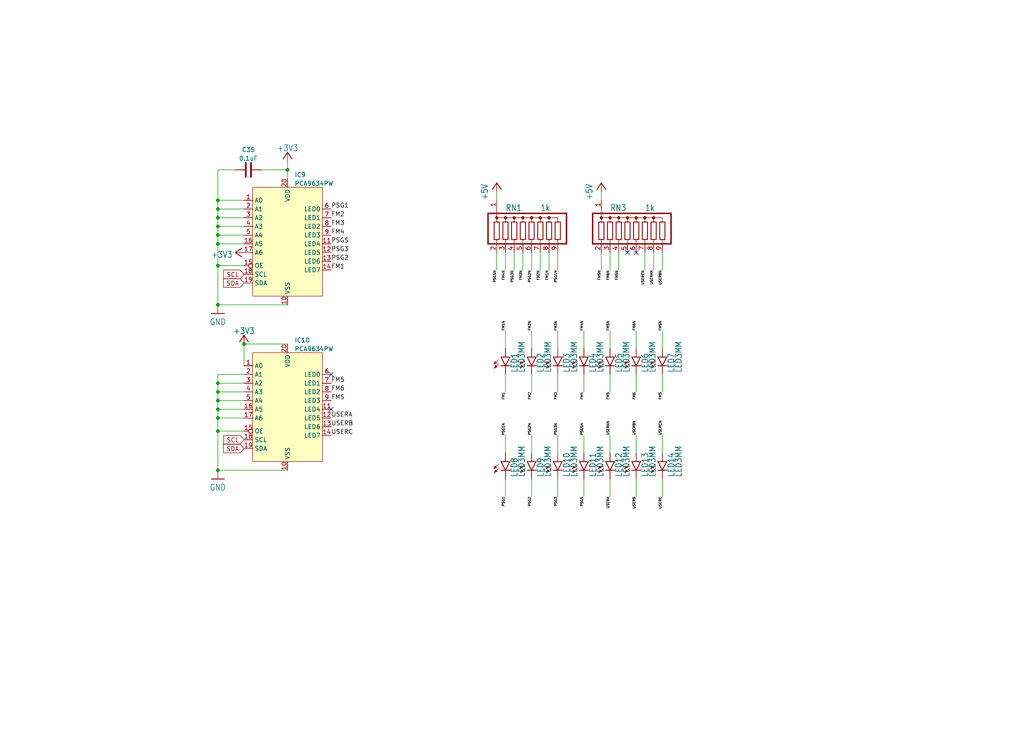
<source format=kicad_sch>
(kicad_sch (version 20230121) (generator eeschema)
  (paper "User" 298.45 217.881)
  (lib_symbols
    (symbol "Device:C" (pin_numbers hide) (pin_names (offset 0.254))
      (property "Reference" "C" (at 0.635 2.54 0))
      (property "Value" "C" (at 0.635 -2.54 0))
      (symbol "C_0_1"
        (polyline (pts (xy -2.032 -0.762) (xy 2.032 -0.762)) (stroke (width 0.508)))
        (polyline (pts (xy -2.032 0.762) (xy 2.032 0.762)) (stroke (width 0.508)))
      )
      (symbol "C_1_1"
        (pin passive line (at 0 3.81 270) (length 2.794) (name "~") (number "1"))
        (pin passive line (at 0 -3.81 90) (length 2.794) (name "~") (number "2"))
      )
    )
    (symbol "MegaGRRLDesktop-eagle-import:+3V3" (power)
      (property "Value" "+3V3" (at -2.54 -5.08 90))
      (symbol "+3V3_1_0"
        (polyline (pts (xy 0 0) (xy -1.27 -1.905)) (stroke (width 0.254)))
        (polyline (pts (xy 1.27 -1.905) (xy 0 0)) (stroke (width 0.254)))
        (pin power_in line (at 0 -2.54 90) (length 2.54) (name "+3V3") (number "1"))
      )
    )
    (symbol "MegaGRRLDesktop-eagle-import:+5V" (power)
      (property "Value" "+5V" (at -2.54 -5.08 90))
      (symbol "+5V_1_0"
        (polyline (pts (xy 0 0) (xy -1.27 -1.905)) (stroke (width 0.254)))
        (polyline (pts (xy 1.27 -1.905) (xy 0 0)) (stroke (width 0.254)))
        (pin power_in line (at 0 -2.54 90) (length 2.54) (name "+5V") (number "1"))
      )
    )
    (symbol "MegaGRRLDesktop-eagle-import:G08R"
      (property "Reference" "RN" (at -7.62 6.985 0))
      (property "Value" "G08R" (at 2.54 6.985 0))
      (symbol "G08R_1_0"
        (circle (center -10.16 5.08) (radius 0.254) (stroke (width 0.4064)))
        (circle (center -7.62 5.08) (radius 0.254) (stroke (width 0.4064)))
        (circle (center -5.08 5.08) (radius 0.254) (stroke (width 0.4064)))
        (circle (center -2.54 5.08) (radius 0.254) (stroke (width 0.4064)))
        (polyline (pts (xy -12.7 -2.54) (xy 10.16 -2.54)) (stroke (width 0.4064)))
        (polyline (pts (xy -12.7 6.35) (xy -12.7 -2.54)) (stroke (width 0.4064)))
        (polyline (pts (xy -12.7 6.35) (xy 10.16 6.35)) (stroke (width 0.4064)))
        (polyline (pts (xy -10.922 -1.27) (xy -10.16 -1.27)) (stroke (width 0.254)))
        (polyline (pts (xy -10.922 3.81) (xy -10.922 -1.27)) (stroke (width 0.254)))
        (polyline (pts (xy -10.16 -1.27) (xy -10.16 -2.54)) (stroke (width 0.1524)))
        (polyline (pts (xy -10.16 -1.27) (xy -9.398 -1.27)) (stroke (width 0.254)))
        (polyline (pts (xy -10.16 3.81) (xy -10.922 3.81)) (stroke (width 0.254)))
        (polyline (pts (xy -10.16 5.08) (xy -10.16 3.81)) (stroke (width 0.1524)))
        (polyline (pts (xy -10.16 5.08) (xy -10.16 7.62)) (stroke (width 0.1524)))
        (polyline (pts (xy -10.16 5.08) (xy -7.62 5.08)) (stroke (width 0.1524)))
        (polyline (pts (xy -9.398 -1.27) (xy -9.398 3.81)) (stroke (width 0.254)))
        (polyline (pts (xy -9.398 3.81) (xy -10.16 3.81)) (stroke (width 0.254)))
        (polyline (pts (xy -8.382 -1.27) (xy -7.62 -1.27)) (stroke (width 0.254)))
        (polyline (pts (xy -8.382 3.81) (xy -8.382 -1.27)) (stroke (width 0.254)))
        (polyline (pts (xy -7.62 -2.54) (xy -7.62 -1.27)) (stroke (width 0.1524)))
        (polyline (pts (xy -7.62 -1.27) (xy -6.858 -1.27)) (stroke (width 0.254)))
        (polyline (pts (xy -7.62 3.81) (xy -8.382 3.81)) (stroke (width 0.254)))
        (polyline (pts (xy -7.62 5.08) (xy -7.62 3.81)) (stroke (width 0.1524)))
        (polyline (pts (xy -7.62 5.08) (xy -5.08 5.08)) (stroke (width 0.1524)))
        (polyline (pts (xy -6.858 -1.27) (xy -6.858 3.81)) (stroke (width 0.254)))
        (polyline (pts (xy -6.858 3.81) (xy -7.62 3.81)) (stroke (width 0.254)))
        (polyline (pts (xy -5.842 -1.27) (xy -5.08 -1.27)) (stroke (width 0.254)))
        (polyline (pts (xy -5.842 3.81) (xy -5.842 -1.27)) (stroke (width 0.254)))
        (polyline (pts (xy -5.08 -2.54) (xy -5.08 -1.27)) (stroke (width 0.1524)))
        (polyline (pts (xy -5.08 -1.27) (xy -4.318 -1.27)) (stroke (width 0.254)))
        (polyline (pts (xy -5.08 3.81) (xy -5.842 3.81)) (stroke (width 0.254)))
        (polyline (pts (xy -5.08 5.08) (xy -5.08 3.81)) (stroke (width 0.1524)))
        (polyline (pts (xy -5.08 5.08) (xy -2.54 5.08)) (stroke (width 0.1524)))
        (polyline (pts (xy -4.318 -1.27) (xy -4.318 3.81)) (stroke (width 0.254)))
        (polyline (pts (xy -4.318 3.81) (xy -5.08 3.81)) (stroke (width 0.254)))
        (polyline (pts (xy -3.302 -1.27) (xy -2.54 -1.27)) (stroke (width 0.254)))
        (polyline (pts (xy -3.302 3.81) (xy -3.302 -1.27)) (stroke (width 0.254)))
        (polyline (pts (xy -2.54 -2.54) (xy -2.54 -1.27)) (stroke (width 0.1524)))
        (polyline (pts (xy -2.54 -1.27) (xy -1.778 -1.27)) (stroke (width 0.254)))
        (polyline (pts (xy -2.54 3.81) (xy -3.302 3.81)) (stroke (width 0.254)))
        (polyline (pts (xy -2.54 5.08) (xy -2.54 3.81)) (stroke (width 0.1524)))
        (polyline (pts (xy -2.54 5.08) (xy 0 5.08)) (stroke (width 0.1524)))
        (polyline (pts (xy -1.778 -1.27) (xy -1.778 3.81)) (stroke (width 0.254)))
        (polyline (pts (xy -1.778 3.81) (xy -2.54 3.81)) (stroke (width 0.254)))
        (polyline (pts (xy -0.762 -1.27) (xy 0 -1.27)) (stroke (width 0.254)))
        (polyline (pts (xy -0.762 3.81) (xy -0.762 -1.27)) (stroke (width 0.254)))
        (polyline (pts (xy 0 -2.54) (xy 0 -1.27)) (stroke (width 0.1524)))
        (polyline (pts (xy 0 -1.27) (xy 0.762 -1.27)) (stroke (width 0.254)))
        (polyline (pts (xy 0 3.81) (xy -0.762 3.81)) (stroke (width 0.254)))
        (polyline (pts (xy 0 5.08) (xy 0 3.81)) (stroke (width 0.1524)))
        (polyline (pts (xy 0 5.08) (xy 2.54 5.08)) (stroke (width 0.1524)))
        (polyline (pts (xy 0.762 -1.27) (xy 0.762 3.81)) (stroke (width 0.254)))
        (polyline (pts (xy 0.762 3.81) (xy 0 3.81)) (stroke (width 0.254)))
        (polyline (pts (xy 1.778 -1.27) (xy 2.54 -1.27)) (stroke (width 0.254)))
        (polyline (pts (xy 1.778 3.81) (xy 1.778 -1.27)) (stroke (width 0.254)))
        (polyline (pts (xy 2.54 -1.27) (xy 2.54 -2.54)) (stroke (width 0.1524)))
        (polyline (pts (xy 2.54 -1.27) (xy 3.302 -1.27)) (stroke (width 0.254)))
        (polyline (pts (xy 2.54 3.81) (xy 1.778 3.81)) (stroke (width 0.254)))
        (polyline (pts (xy 2.54 5.08) (xy 2.54 3.81)) (stroke (width 0.1524)))
        (polyline (pts (xy 2.54 5.08) (xy 5.08 5.08)) (stroke (width 0.1524)))
        (polyline (pts (xy 3.302 -1.27) (xy 3.302 3.81)) (stroke (width 0.254)))
        (polyline (pts (xy 3.302 3.81) (xy 2.54 3.81)) (stroke (width 0.254)))
        (polyline (pts (xy 4.318 -1.27) (xy 5.08 -1.27)) (stroke (width 0.254)))
        (polyline (pts (xy 4.318 3.81) (xy 4.318 -1.27)) (stroke (width 0.254)))
        (polyline (pts (xy 5.08 -2.54) (xy 5.08 -1.27)) (stroke (width 0.1524)))
        (polyline (pts (xy 5.08 -1.27) (xy 5.842 -1.27)) (stroke (width 0.254)))
        (polyline (pts (xy 5.08 3.81) (xy 4.318 3.81)) (stroke (width 0.254)))
        (polyline (pts (xy 5.08 5.08) (xy 5.08 3.81)) (stroke (width 0.1524)))
        (polyline (pts (xy 5.08 5.08) (xy 7.62 5.08)) (stroke (width 0.1524)))
        (polyline (pts (xy 5.842 -1.27) (xy 5.842 3.81)) (stroke (width 0.254)))
        (polyline (pts (xy 5.842 3.81) (xy 5.08 3.81)) (stroke (width 0.254)))
        (polyline (pts (xy 6.858 -1.27) (xy 7.62 -1.27)) (stroke (width 0.254)))
        (polyline (pts (xy 6.858 3.81) (xy 6.858 -1.27)) (stroke (width 0.254)))
        (polyline (pts (xy 7.62 -2.54) (xy 7.62 -1.27)) (stroke (width 0.1524)))
        (polyline (pts (xy 7.62 -1.27) (xy 8.382 -1.27)) (stroke (width 0.254)))
        (polyline (pts (xy 7.62 3.81) (xy 6.858 3.81)) (stroke (width 0.254)))
        (polyline (pts (xy 7.62 5.08) (xy 7.62 3.81)) (stroke (width 0.1524)))
        (polyline (pts (xy 8.382 -1.27) (xy 8.382 3.81)) (stroke (width 0.254)))
        (polyline (pts (xy 8.382 3.81) (xy 7.62 3.81)) (stroke (width 0.254)))
        (polyline (pts (xy 10.16 6.35) (xy 10.16 -2.54)) (stroke (width 0.4064)))
        (circle (center 0 5.08) (radius 0.254) (stroke (width 0.4064)))
        (circle (center 2.54 5.08) (radius 0.254) (stroke (width 0.4064)))
        (circle (center 5.08 5.08) (radius 0.254) (stroke (width 0.4064)))
        (pin passive line (at -10.16 10.16 270) (length 2.54) (name "1") (number "1"))
        (pin passive line (at -10.16 -5.08 90) (length 2.54) (name "2") (number "2"))
        (pin passive line (at -7.62 -5.08 90) (length 2.54) (name "3") (number "3"))
        (pin passive line (at -5.08 -5.08 90) (length 2.54) (name "4") (number "4"))
        (pin passive line (at -2.54 -5.08 90) (length 2.54) (name "5") (number "5"))
        (pin passive line (at 0 -5.08 90) (length 2.54) (name "6") (number "6"))
        (pin passive line (at 2.54 -5.08 90) (length 2.54) (name "7") (number "7"))
        (pin passive line (at 5.08 -5.08 90) (length 2.54) (name "8") (number "8"))
        (pin passive line (at 7.62 -5.08 90) (length 2.54) (name "9") (number "9"))
      )
    )
    (symbol "MegaGRRLDesktop-eagle-import:GND" (power)
      (property "Value" "GND" (at -2.54 -2.54 0))
      (symbol "GND_1_0"
        (polyline (pts (xy -1.905 0) (xy 1.905 0)) (stroke (width 0.254)))
        (pin power_in line (at 0 2.54 270) (length 2.54) (name "GND") (number "1"))
      )
    )
    (symbol "MegaGRRLDesktop-eagle-import:LED3MM"
      (property "Reference" "LED" (at 3.556 -4.572 90))
      (property "Value" "LED3MM" (at 5.715 -4.572 90))
      (symbol "LED3MM_1_0"
        (polyline (pts (xy -2.032 -0.762) (xy -3.429 -2.159)) (stroke (width 0.1524)))
        (polyline (pts (xy -1.905 -1.905) (xy -3.302 -3.302)) (stroke (width 0.1524)))
        (polyline (pts (xy 0 -2.54) (xy -1.27 -2.54)) (stroke (width 0.254)))
        (polyline (pts (xy 0 -2.54) (xy -1.27 0)) (stroke (width 0.254)))
        (polyline (pts (xy 0 0) (xy -1.27 0)) (stroke (width 0.254)))
        (polyline (pts (xy 1.27 -2.54) (xy 0 -2.54)) (stroke (width 0.254)))
        (polyline (pts (xy 1.27 0) (xy 0 -2.54)) (stroke (width 0.254)))
        (polyline (pts (xy 1.27 0) (xy 0 0)) (stroke (width 0.254)))
        (polyline (pts (xy -3.429 -2.159) (xy -3.048 -1.27) (xy -2.54 -1.778)) (fill (type outline)))
        (polyline (pts (xy -3.302 -3.302) (xy -2.921 -2.413) (xy -2.413 -2.921)) (fill (type outline)))
        (pin passive line (at 0 2.54 270) (length 2.54) (name "A") (number "A"))
        (pin passive line (at 0 -5.08 90) (length 2.54) (name "C") (number "K"))
      )
    )
    (symbol "megagrrl-kicad:PCA9634PW"
      (property "Reference" "U" (at 0 2.54 0))
      (property "Value" "PCA9634PW" (at 0 0 0))
      (symbol "PCA9634PW_0_1"
        (rectangle (start 0 -2.54) (end 20.32 -34.29) (stroke (width 0.1524)) (fill (type background)))
      )
      (symbol "PCA9634PW_1_1"
        (pin input line (at -2.54 -6.35 0) (length 2.54) (name "A0") (number "1"))
        (pin power_in line (at 10.16 -36.83 90) (length 2.54) (name "VSS") (number "10"))
        (pin input line (at 22.86 -19.05 180) (length 2.54) (name "LED4") (number "11"))
        (pin input line (at 22.86 -21.59 180) (length 2.54) (name "LED5") (number "12"))
        (pin input line (at 22.86 -24.13 180) (length 2.54) (name "LED6") (number "13"))
        (pin input line (at 22.86 -26.67 180) (length 2.54) (name "LED7") (number "14"))
        (pin input inverted (at -2.54 -25.4 0) (length 2.54) (name "OE") (number "15"))
        (pin input line (at -2.54 -19.05 0) (length 2.54) (name "A5") (number "16"))
        (pin input line (at -2.54 -21.59 0) (length 2.54) (name "A6") (number "17"))
        (pin input line (at -2.54 -27.94 0) (length 2.54) (name "SCL") (number "18"))
        (pin bidirectional line (at -2.54 -30.48 0) (length 2.54) (name "SDA") (number "19"))
        (pin input line (at -2.54 -8.89 0) (length 2.54) (name "A1") (number "2"))
        (pin power_in line (at 10.16 0 270) (length 2.54) (name "VDD") (number "20"))
        (pin input line (at -2.54 -11.43 0) (length 2.54) (name "A2") (number "3"))
        (pin input line (at -2.54 -13.97 0) (length 2.54) (name "A3") (number "4"))
        (pin input line (at -2.54 -16.51 0) (length 2.54) (name "A4") (number "5"))
        (pin output line (at 22.86 -8.89 180) (length 2.54) (name "LED0") (number "6"))
        (pin output line (at 22.86 -11.43 180) (length 2.54) (name "LED1") (number "7"))
        (pin output line (at 22.86 -13.97 180) (length 2.54) (name "LED2") (number "8"))
        (pin output line (at 22.86 -16.51 180) (length 2.54) (name "LED3") (number "9"))
      )
    )
  )
  (junction (at 63.5 66.04))
  (junction (at 71.12 100.33))
  (junction (at 63.5 137.16))
  (junction (at 63.5 125.73))
  (junction (at 63.5 60.96))
  (junction (at 63.5 88.9))
  (junction (at 63.5 111.76))
  (junction (at 83.82 49.53))
  (junction (at 63.5 119.38))
  (junction (at 63.5 71.12))
  (junction (at 63.5 114.3))
  (junction (at 63.5 77.47))
  (junction (at 63.5 116.84))
  (junction (at 63.5 63.5))
  (junction (at 63.5 121.92))
  (junction (at 63.5 58.42))
  (junction (at 63.5 68.58))
  (no_connect (at 96.52 109.22))
  (no_connect (at 96.52 119.38))
  (no_connect (at 182.88 73.66))
  (no_connect (at 185.42 73.66))
  (wire (pts (xy 175.26 55.88) (xy 175.26 58.42)))
  (wire (pts (xy 152.4 73.66) (xy 152.4 78.74)))
  (wire (pts (xy 147.32 139.7) (xy 147.32 144.78)))
  (wire (pts (xy 147.32 109.22) (xy 147.32 114.3)))
  (wire (pts (xy 63.5 77.47) (xy 71.12 77.47)))
  (wire (pts (xy 193.04 139.7) (xy 193.04 144.78)))
  (wire (pts (xy 63.5 114.3) (xy 63.5 116.84)))
  (wire (pts (xy 83.82 49.53) (xy 83.82 52.07)))
  (wire (pts (xy 193.04 109.22) (xy 193.04 114.3)))
  (wire (pts (xy 63.5 66.04) (xy 63.5 68.58)))
  (wire (pts (xy 63.5 60.96) (xy 71.12 60.96)))
  (wire (pts (xy 177.8 109.22) (xy 177.8 114.3)))
  (wire (pts (xy 170.18 132.08) (xy 170.18 127)))
  (wire (pts (xy 63.5 88.9) (xy 83.82 88.9)))
  (wire (pts (xy 63.5 58.42) (xy 71.12 58.42)))
  (wire (pts (xy 157.48 73.66) (xy 157.48 78.74)))
  (wire (pts (xy 63.5 109.22) (xy 71.12 109.22)))
  (wire (pts (xy 63.5 63.5) (xy 63.5 66.04)))
  (wire (pts (xy 63.5 121.92) (xy 71.12 121.92)))
  (wire (pts (xy 76.2 49.53) (xy 83.82 49.53)))
  (wire (pts (xy 63.5 111.76) (xy 63.5 114.3)))
  (wire (pts (xy 63.5 125.73) (xy 63.5 137.16)))
  (wire (pts (xy 162.56 132.08) (xy 162.56 127)))
  (wire (pts (xy 63.5 119.38) (xy 71.12 119.38)))
  (wire (pts (xy 160.02 73.66) (xy 160.02 78.74)))
  (wire (pts (xy 175.26 73.66) (xy 175.26 78.74)))
  (wire (pts (xy 177.8 139.7) (xy 177.8 144.78)))
  (wire (pts (xy 193.04 101.6) (xy 193.04 96.52)))
  (wire (pts (xy 68.58 49.53) (xy 63.5 49.53)))
  (wire (pts (xy 63.5 77.47) (xy 63.5 88.9)))
  (wire (pts (xy 63.5 71.12) (xy 63.5 77.47)))
  (wire (pts (xy 154.94 139.7) (xy 154.94 144.78)))
  (wire (pts (xy 177.8 101.6) (xy 177.8 96.52)))
  (wire (pts (xy 180.34 73.66) (xy 180.34 78.74)))
  (wire (pts (xy 71.12 100.33) (xy 83.82 100.33)))
  (wire (pts (xy 162.56 139.7) (xy 162.56 144.78)))
  (wire (pts (xy 63.5 121.92) (xy 63.5 125.73)))
  (wire (pts (xy 63.5 49.53) (xy 63.5 58.42)))
  (wire (pts (xy 154.94 132.08) (xy 154.94 127)))
  (wire (pts (xy 193.04 132.08) (xy 193.04 127)))
  (wire (pts (xy 177.8 132.08) (xy 177.8 127)))
  (wire (pts (xy 147.32 132.08) (xy 147.32 127)))
  (wire (pts (xy 185.42 139.7) (xy 185.42 144.78)))
  (wire (pts (xy 63.5 116.84) (xy 63.5 119.38)))
  (wire (pts (xy 63.5 68.58) (xy 63.5 71.12)))
  (wire (pts (xy 190.5 73.66) (xy 190.5 78.74)))
  (wire (pts (xy 144.78 73.66) (xy 144.78 78.74)))
  (wire (pts (xy 63.5 60.96) (xy 63.5 63.5)))
  (wire (pts (xy 154.94 73.66) (xy 154.94 78.74)))
  (wire (pts (xy 193.04 73.66) (xy 193.04 78.74)))
  (wire (pts (xy 63.5 116.84) (xy 71.12 116.84)))
  (wire (pts (xy 149.86 73.66) (xy 149.86 78.74)))
  (wire (pts (xy 63.5 137.16) (xy 83.82 137.16)))
  (wire (pts (xy 154.94 101.6) (xy 154.94 96.52)))
  (wire (pts (xy 83.82 46.99) (xy 83.82 49.53)))
  (wire (pts (xy 162.56 73.66) (xy 162.56 78.74)))
  (wire (pts (xy 187.96 73.66) (xy 187.96 78.74)))
  (wire (pts (xy 63.5 66.04) (xy 71.12 66.04)))
  (wire (pts (xy 170.18 101.6) (xy 170.18 96.52)))
  (wire (pts (xy 63.5 111.76) (xy 71.12 111.76)))
  (wire (pts (xy 170.18 139.7) (xy 170.18 144.78)))
  (wire (pts (xy 162.56 101.6) (xy 162.56 96.52)))
  (wire (pts (xy 71.12 125.73) (xy 63.5 125.73)))
  (wire (pts (xy 185.42 132.08) (xy 185.42 127)))
  (wire (pts (xy 170.18 109.22) (xy 170.18 114.3)))
  (wire (pts (xy 63.5 71.12) (xy 71.12 71.12)))
  (wire (pts (xy 147.32 73.66) (xy 147.32 78.74)))
  (wire (pts (xy 71.12 106.68) (xy 71.12 100.33)))
  (wire (pts (xy 162.56 109.22) (xy 162.56 114.3)))
  (wire (pts (xy 154.94 109.22) (xy 154.94 114.3)))
  (wire (pts (xy 63.5 119.38) (xy 63.5 121.92)))
  (wire (pts (xy 63.5 63.5) (xy 71.12 63.5)))
  (wire (pts (xy 63.5 58.42) (xy 63.5 60.96)))
  (wire (pts (xy 63.5 68.58) (xy 71.12 68.58)))
  (wire (pts (xy 144.78 55.88) (xy 144.78 58.42)))
  (wire (pts (xy 63.5 114.3) (xy 71.12 114.3)))
  (wire (pts (xy 63.5 109.22) (xy 63.5 111.76)))
  (wire (pts (xy 177.8 73.66) (xy 177.8 78.74)))
  (wire (pts (xy 185.42 109.22) (xy 185.42 114.3)))
  (wire (pts (xy 147.32 101.6) (xy 147.32 96.52)))
  (wire (pts (xy 185.42 101.6) (xy 185.42 96.52)))
  (label "USERC" (at 193.04 144.78 270) (effects (font (size 0.7112 0.7112))))
  (label "FM1" (at 96.52 78.74 0))
  (label "FM6N" (at 185.42 96.52 90) (effects (font (size 0.7112 0.7112))))
  (label "USERBN" (at 193.04 78.74 270) (effects (font (size 0.7112 0.7112))))
  (label "PSG3" (at 162.56 144.78 270) (effects (font (size 0.7112 0.7112))))
  (label "FM4N" (at 170.18 96.52 90) (effects (font (size 0.7112 0.7112))))
  (label "FMS" (at 193.04 114.3 270) (effects (font (size 0.7112 0.7112))))
  (label "PSG2N" (at 154.94 78.74 270) (effects (font (size 0.7112 0.7112))))
  (label "PSG1" (at 96.52 60.96 0))
  (label "FM2N" (at 154.94 96.52 90) (effects (font (size 0.7112 0.7112))))
  (label "FM5" (at 96.52 111.76 0))
  (label "PSG2" (at 154.94 144.78 270) (effects (font (size 0.7112 0.7112))))
  (label "USERAN" (at 177.8 127 90) (effects (font (size 0.7112 0.7112))))
  (label "FM2N" (at 157.48 78.74 270) (effects (font (size 0.7112 0.7112))))
  (label "FM1N" (at 160.02 78.74 270) (effects (font (size 0.7112 0.7112))))
  (label "USERCN" (at 187.96 78.74 270) (effects (font (size 0.7112 0.7112))))
  (label "PSG1N" (at 162.56 78.74 270) (effects (font (size 0.7112 0.7112))))
  (label "PSG2" (at 96.52 76.2 0))
  (label "FM4" (at 170.18 114.3 270) (effects (font (size 0.7112 0.7112))))
  (label "FM2" (at 96.52 63.5 0))
  (label "PSGSN" (at 170.18 127 90) (effects (font (size 0.7112 0.7112))))
  (label "USERA" (at 177.8 144.78 270) (effects (font (size 0.7112 0.7112))))
  (label "FM4" (at 96.52 68.58 0))
  (label "PSG2N" (at 154.94 127 90) (effects (font (size 0.7112 0.7112))))
  (label "FM6" (at 185.42 114.3 270) (effects (font (size 0.7112 0.7112))))
  (label "PSGSN" (at 144.78 78.74 270) (effects (font (size 0.7112 0.7112))))
  (label "FM5" (at 177.8 114.3 270) (effects (font (size 0.7112 0.7112))))
  (label "FM5N" (at 177.8 96.52 90) (effects (font (size 0.7112 0.7112))))
  (label "FMSN" (at 193.04 96.52 90) (effects (font (size 0.7112 0.7112))))
  (label "USERAN" (at 190.5 78.74 270) (effects (font (size 0.7112 0.7112))))
  (label "FM1N" (at 147.32 96.52 90) (effects (font (size 0.7112 0.7112))))
  (label "USERCN" (at 193.04 127 90) (effects (font (size 0.7112 0.7112))))
  (label "FM4N" (at 147.32 78.74 270) (effects (font (size 0.7112 0.7112))))
  (label "FM6" (at 96.52 114.3 0))
  (label "USERC" (at 96.52 127 0))
  (label "FM5N" (at 180.34 78.74 270) (effects (font (size 0.7112 0.7112))))
  (label "PSG1" (at 147.32 144.78 270) (effects (font (size 0.7112 0.7112))))
  (label "FM6N" (at 177.8 78.74 270) (effects (font (size 0.7112 0.7112))))
  (label "PSGS" (at 170.18 144.78 270) (effects (font (size 0.7112 0.7112))))
  (label "FM3N" (at 162.56 96.52 90) (effects (font (size 0.7112 0.7112))))
  (label "USERB" (at 185.42 144.78 270) (effects (font (size 0.7112 0.7112))))
  (label "USERA" (at 96.52 121.92 0))
  (label "PSG3N" (at 149.86 78.74 270) (effects (font (size 0.7112 0.7112))))
  (label "PSG3N" (at 162.56 127 90) (effects (font (size 0.7112 0.7112))))
  (label "FMSN" (at 175.26 78.74 270) (effects (font (size 0.7112 0.7112))))
  (label "FM1" (at 147.32 114.3 270) (effects (font (size 0.7112 0.7112))))
  (label "USERB" (at 96.52 124.46 0))
  (label "PSG1N" (at 147.32 127 90) (effects (font (size 0.7112 0.7112))))
  (label "FM3" (at 162.56 114.3 270) (effects (font (size 0.7112 0.7112))))
  (label "USERBN" (at 185.42 127 90) (effects (font (size 0.7112 0.7112))))
  (label "FM2" (at 154.94 114.3 270) (effects (font (size 0.7112 0.7112))))
  (label "PSGS" (at 96.52 71.12 0))
  (label "FM3" (at 96.52 66.04 0))
  (label "PSG3" (at 96.52 73.66 0))
  (label "FM3N" (at 152.4 78.74 270) (effects (font (size 0.7112 0.7112))))
  (label "FMS" (at 96.52 116.84 0))
  (global_label "SDA" (shape input) (at 71.12 82.55 180) (property "Intersheetrefs" "${INTERSHEET_REFS}" (effects hide)))
  (global_label "SCL" (shape input) (at 71.12 80.01 180) (property "Intersheetrefs" "${INTERSHEET_REFS}" (effects hide)))
  (global_label "SDA" (shape input) (at 71.12 130.81 180) (property "Intersheetrefs" "${INTERSHEET_REFS}" (effects hide)))
  (global_label "SCL" (shape input) (at 71.12 128.27 180) (property "Intersheetrefs" "${INTERSHEET_REFS}" (effects hide)))
  (symbol (lib_id "MegaGRRLDesktop-eagle-import:+5V") (at 144.78 53.34 0) (unit 1)
    (property "Reference" "#P+014" (effects hide))
    (property "Value" "+5V" (at 142.24 58.42 90) (effects (font (size 1.778 1.5113)) (justify left bottom)))
    (property "Footprint" "MegaGRRLDesktop:" (effects hide))
  )
  (symbol (lib_id "MegaGRRLDesktop-eagle-import:LED3MM") (at 147.32 134.62 0) (unit 1)
    (property "Reference" "LED8" (at 150.876 139.192 90) (effects (font (size 1.778 1.5113)) (justify left bottom)))
    (property "Value" "LED3MM" (at 153.035 139.192 90) (effects (font (size 1.778 1.5113)) (justify left bottom)))
    (property "Footprint" "MegaGRRLDesktop:LED3MM" (effects hide))
  )
  (symbol (lib_id "MegaGRRLDesktop-eagle-import:LED3MM") (at 162.56 104.14 0) (unit 1)
    (property "Reference" "LED3" (at 166.116 108.712 90) (effects (font (size 1.778 1.5113)) (justify left bottom)))
    (property "Value" "LED3MM" (at 168.275 108.712 90) (effects (font (size 1.778 1.5113)) (justify left bottom)))
    (property "Footprint" "MegaGRRLDesktop:LED3MM" (effects hide))
  )
  (symbol (lib_id "MegaGRRLDesktop-eagle-import:G08R") (at 154.94 68.58 0) (unit 1)
    (property "Reference" "RN1" (at 147.32 61.595 0) (effects (font (size 1.778 1.5113)) (justify left bottom)))
    (property "Value" "1k" (at 157.48 61.595 0) (effects (font (size 1.778 1.5113)) (justify left bottom)))
    (property "Footprint" "MegaGRRLDesktop:SIL9" (effects hide))
  )
  (symbol (lib_id "megagrrl-kicad:PCA9634PW") (at 73.66 100.33 0) (unit 1)
    (property "Reference" "IC10" (at 85.8394 99.221 0) (effects (justify left)))
    (property "Value" "PCA9634PW" (at 85.8394 101.7579 0) (effects (justify left)))
    (property "Footprint" "Package_SO:TSSOP-20_4.4x6.5mm_P0.65mm" (effects hide))
  )
  (symbol (lib_id "MegaGRRLDesktop-eagle-import:LED3MM") (at 170.18 104.14 0) (unit 1)
    (property "Reference" "LED4" (at 173.736 108.712 90) (effects (font (size 1.778 1.5113)) (justify left bottom)))
    (property "Value" "LED3MM" (at 175.895 108.712 90) (effects (font (size 1.778 1.5113)) (justify left bottom)))
    (property "Footprint" "MegaGRRLDesktop:LED3MM" (effects hide))
  )
  (symbol (lib_id "MegaGRRLDesktop-eagle-import:LED3MM") (at 162.56 134.62 0) (unit 1)
    (property "Reference" "LED10" (at 166.116 139.192 90) (effects (font (size 1.778 1.5113)) (justify left bottom)))
    (property "Value" "LED3MM" (at 168.275 139.192 90) (effects (font (size 1.778 1.5113)) (justify left bottom)))
    (property "Footprint" "MegaGRRLDesktop:LED3MM" (effects hide))
  )
  (symbol (lib_id "MegaGRRLDesktop-eagle-import:G08R") (at 185.42 68.58 0) (unit 1)
    (property "Reference" "RN3" (at 177.8 61.595 0) (effects (font (size 1.778 1.5113)) (justify left bottom)))
    (property "Value" "1k" (at 187.96 61.595 0) (effects (font (size 1.778 1.5113)) (justify left bottom)))
    (property "Footprint" "MegaGRRLDesktop:SIL9" (effects hide))
  )
  (symbol (lib_id "MegaGRRLDesktop-eagle-import:LED3MM") (at 177.8 104.14 0) (unit 1)
    (property "Reference" "LED5" (at 181.356 108.712 90) (effects (font (size 1.778 1.5113)) (justify left bottom)))
    (property "Value" "LED3MM" (at 183.515 108.712 90) (effects (font (size 1.778 1.5113)) (justify left bottom)))
    (property "Footprint" "MegaGRRLDesktop:LED3MM" (effects hide))
  )
  (symbol (lib_id "MegaGRRLDesktop-eagle-import:GND") (at 63.5 91.44 0) (unit 1)
    (property "Reference" "#GND021" (effects hide))
    (property "Value" "GND" (at 63.5 93.902 0) (effects (font (size 1.778 1.5113))))
    (property "Footprint" "MegaGRRLDesktop:" (effects hide))
  )
  (symbol (lib_id "MegaGRRLDesktop-eagle-import:LED3MM") (at 193.04 134.62 0) (unit 1)
    (property "Reference" "LED14" (at 196.596 139.192 90) (effects (font (size 1.778 1.5113)) (justify left bottom)))
    (property "Value" "LED3MM" (at 198.755 139.192 90) (effects (font (size 1.778 1.5113)) (justify left bottom)))
    (property "Footprint" "MegaGRRLDesktop:LED3MM" (effects hide))
  )
  (symbol (lib_id "MegaGRRLDesktop-eagle-import:LED3MM") (at 147.32 104.14 0) (unit 1)
    (property "Reference" "LED1" (at 150.876 108.712 90) (effects (font (size 1.778 1.5113)) (justify left bottom)))
    (property "Value" "LED3MM" (at 153.035 108.712 90) (effects (font (size 1.778 1.5113)) (justify left bottom)))
    (property "Footprint" "MegaGRRLDesktop:LED3MM" (effects hide))
  )
  (symbol (lib_id "MegaGRRLDesktop-eagle-import:LED3MM") (at 193.04 104.14 0) (unit 1)
    (property "Reference" "LED7" (at 196.596 108.712 90) (effects (font (size 1.778 1.5113)) (justify left bottom)))
    (property "Value" "LED3MM" (at 198.755 108.712 90) (effects (font (size 1.778 1.5113)) (justify left bottom)))
    (property "Footprint" "MegaGRRLDesktop:LED3MM" (effects hide))
  )
  (symbol (lib_id "MegaGRRLDesktop-eagle-import:+3V3") (at 83.82 44.45 0) (unit 1)
    (property "Reference" "#+3V07" (effects hide))
    (property "Value" "+3V3" (at 83.82 43.1836 0) (effects (font (size 1.778 1.5113))))
    (property "Footprint" "MegaGRRLDesktop:" (effects hide))
  )
  (symbol (lib_id "MegaGRRLDesktop-eagle-import:LED3MM") (at 154.94 104.14 0) (unit 1)
    (property "Reference" "LED2" (at 158.496 108.712 90) (effects (font (size 1.778 1.5113)) (justify left bottom)))
    (property "Value" "LED3MM" (at 160.655 108.712 90) (effects (font (size 1.778 1.5113)) (justify left bottom)))
    (property "Footprint" "MegaGRRLDesktop:LED3MM" (effects hide))
  )
  (symbol (lib_id "MegaGRRLDesktop-eagle-import:+5V") (at 175.26 53.34 0) (unit 1)
    (property "Reference" "#P+015" (effects hide))
    (property "Value" "+5V" (at 172.72 58.42 90) (effects (font (size 1.778 1.5113)) (justify left bottom)))
    (property "Footprint" "MegaGRRLDesktop:" (effects hide))
  )
  (symbol (lib_id "MegaGRRLDesktop-eagle-import:+3V3") (at 71.12 97.79 0) (unit 1)
    (property "Reference" "#+3V011" (effects hide))
    (property "Value" "+3V3" (at 71.12 96.5236 0) (effects (font (size 1.778 1.5113))))
    (property "Footprint" "MegaGRRLDesktop:" (effects hide))
  )
  (symbol (lib_id "MegaGRRLDesktop-eagle-import:LED3MM") (at 154.94 134.62 0) (unit 1)
    (property "Reference" "LED9" (at 158.496 139.192 90) (effects (font (size 1.778 1.5113)) (justify left bottom)))
    (property "Value" "LED3MM" (at 160.655 139.192 90) (effects (font (size 1.778 1.5113)) (justify left bottom)))
    (property "Footprint" "MegaGRRLDesktop:LED3MM" (effects hide))
  )
  (symbol (lib_id "MegaGRRLDesktop-eagle-import:LED3MM") (at 177.8 134.62 0) (unit 1)
    (property "Reference" "LED12" (at 181.356 139.192 90) (effects (font (size 1.778 1.5113)) (justify left bottom)))
    (property "Value" "LED3MM" (at 183.515 139.192 90) (effects (font (size 1.778 1.5113)) (justify left bottom)))
    (property "Footprint" "MegaGRRLDesktop:LED3MM" (effects hide))
  )
  (symbol (lib_id "MegaGRRLDesktop-eagle-import:+3V3") (at 68.58 73.66 90) (unit 1)
    (property "Reference" "#+3V010" (effects hide))
    (property "Value" "+3V3" (at 67.8181 74.2578 90) (effects (font (size 1.778 1.5113)) (justify left)))
    (property "Footprint" "MegaGRRLDesktop:" (effects hide))
  )
  (symbol (lib_id "MegaGRRLDesktop-eagle-import:LED3MM") (at 170.18 134.62 0) (unit 1)
    (property "Reference" "LED11" (at 173.736 139.192 90) (effects (font (size 1.778 1.5113)) (justify left bottom)))
    (property "Value" "LED3MM" (at 175.895 139.192 90) (effects (font (size 1.778 1.5113)) (justify left bottom)))
    (property "Footprint" "MegaGRRLDesktop:LED3MM" (effects hide))
  )
  (symbol (lib_id "MegaGRRLDesktop-eagle-import:LED3MM") (at 185.42 104.14 0) (unit 1)
    (property "Reference" "LED6" (at 188.976 108.712 90) (effects (font (size 1.778 1.5113)) (justify left bottom)))
    (property "Value" "LED3MM" (at 191.135 108.712 90) (effects (font (size 1.778 1.5113)) (justify left bottom)))
    (property "Footprint" "MegaGRRLDesktop:LED3MM" (effects hide))
  )
  (symbol (lib_id "Device:C") (at 72.39 49.53 270) (unit 1)
    (property "Reference" "C35" (at 72.39 43.6712 90))
    (property "Value" "0.1uF" (at 72.39 46.2081 90))
    (property "Footprint" "MegaGRRLDesktop:C025-024X044" (effects hide))
  )
  (symbol (lib_id "MegaGRRLDesktop-eagle-import:LED3MM") (at 185.42 134.62 0) (unit 1)
    (property "Reference" "LED13" (at 188.976 139.192 90) (effects (font (size 1.778 1.5113)) (justify left bottom)))
    (property "Value" "LED3MM" (at 191.135 139.192 90) (effects (font (size 1.778 1.5113)) (justify left bottom)))
    (property "Footprint" "MegaGRRLDesktop:LED3MM" (effects hide))
  )
  (symbol (lib_id "MegaGRRLDesktop-eagle-import:GND") (at 63.5 139.7 0) (unit 1)
    (property "Reference" "#GND022" (effects hide))
    (property "Value" "GND" (at 63.5 142.162 0) (effects (font (size 1.778 1.5113))))
    (property "Footprint" "MegaGRRLDesktop:" (effects hide))
  )
  (symbol (lib_id "megagrrl-kicad:PCA9634PW") (at 73.66 52.07 0) (unit 1)
    (property "Reference" "IC9" (at 85.8394 50.961 0) (effects (justify left)))
    (property "Value" "PCA9634PW" (at 85.8394 53.4979 0) (effects (justify left)))
    (property "Footprint" "Package_SO:TSSOP-20_4.4x6.5mm_P0.65mm" (effects hide))
  )
)
</source>
